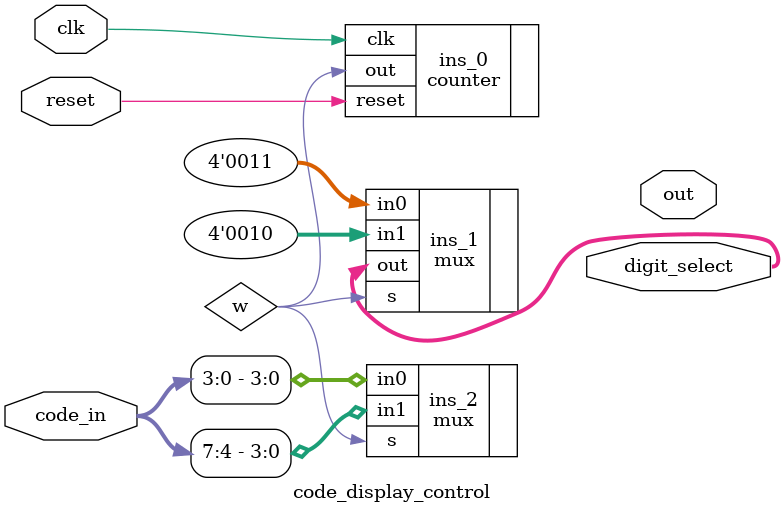
<source format=v>
`timescale 1ns / 1ps


module code_display_control(code_in, digit_select, out, clk, reset);
  input [7:0] code_in;
  input clk, reset;
  output [3:0] digit_select, out;
  wire w;
  
  counter ins_0 (.clk(clk), .reset(reset), .out(w));
  mux ins_1 (.s(w), .in1(4'b0010), .in0(4'b0011), .out(digit_select));
  mux ins_2 (.s(w), .in1(code_in[7:4]), .in0(code_in[3:0]));
  
endmodule

</source>
